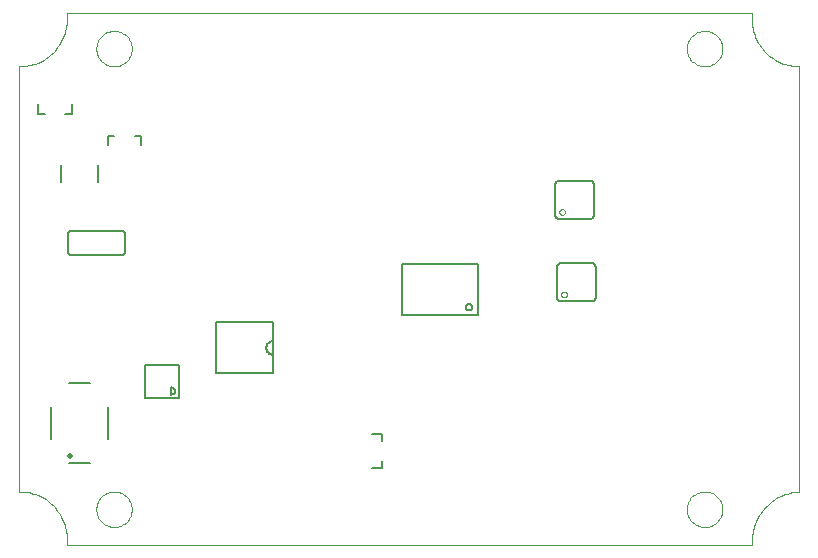
<source format=gbo>
G75*
%MOIN*%
%OFA0B0*%
%FSLAX24Y24*%
%IPPOS*%
%LPD*%
%AMOC8*
5,1,8,0,0,1.08239X$1,22.5*
%
%ADD10C,0.0060*%
%ADD11C,0.0080*%
%ADD12C,0.0020*%
%ADD13C,0.0200*%
%ADD14C,0.0000*%
D10*
X005410Y010575D02*
X007110Y010575D01*
X007127Y010577D01*
X007144Y010581D01*
X007160Y010588D01*
X007174Y010598D01*
X007187Y010611D01*
X007197Y010625D01*
X007204Y010641D01*
X007208Y010658D01*
X007210Y010675D01*
X007210Y011275D01*
X007208Y011292D01*
X007204Y011309D01*
X007197Y011325D01*
X007187Y011339D01*
X007174Y011352D01*
X007160Y011362D01*
X007144Y011369D01*
X007127Y011373D01*
X007110Y011375D01*
X005410Y011375D01*
X005393Y011373D01*
X005376Y011369D01*
X005360Y011362D01*
X005346Y011352D01*
X005333Y011339D01*
X005323Y011325D01*
X005316Y011309D01*
X005312Y011292D01*
X005310Y011275D01*
X005310Y010675D01*
X005312Y010658D01*
X005316Y010641D01*
X005323Y010625D01*
X005333Y010611D01*
X005346Y010598D01*
X005360Y010588D01*
X005376Y010581D01*
X005393Y010577D01*
X005410Y010575D01*
X005089Y013007D02*
X005089Y013568D01*
X006305Y013568D02*
X006305Y013007D01*
X006637Y014227D02*
X006637Y014547D01*
X006857Y014547D01*
X007537Y014547D02*
X007757Y014547D01*
X007757Y014227D01*
X005445Y015277D02*
X005225Y015277D01*
X005445Y015277D02*
X005445Y015597D01*
X004545Y015277D02*
X004325Y015277D01*
X004325Y015597D01*
X016433Y010269D02*
X016433Y008556D01*
X018973Y008556D01*
X018973Y010269D01*
X016433Y010269D01*
X018578Y008834D02*
X018580Y008855D01*
X018586Y008875D01*
X018595Y008893D01*
X018608Y008909D01*
X018624Y008923D01*
X018642Y008933D01*
X018661Y008940D01*
X018682Y008943D01*
X018703Y008942D01*
X018723Y008937D01*
X018741Y008928D01*
X018758Y008916D01*
X018773Y008901D01*
X018784Y008884D01*
X018792Y008865D01*
X018796Y008844D01*
X018796Y008824D01*
X018792Y008803D01*
X018784Y008784D01*
X018773Y008767D01*
X018758Y008752D01*
X018742Y008740D01*
X018723Y008731D01*
X018703Y008726D01*
X018682Y008725D01*
X018661Y008728D01*
X018642Y008735D01*
X018624Y008745D01*
X018608Y008759D01*
X018595Y008775D01*
X018586Y008793D01*
X018580Y008813D01*
X018578Y008834D01*
X021619Y009134D02*
X021619Y010174D01*
X021621Y010194D01*
X021625Y010214D01*
X021633Y010232D01*
X021643Y010249D01*
X021656Y010265D01*
X021672Y010278D01*
X021689Y010288D01*
X021707Y010296D01*
X021727Y010300D01*
X021747Y010302D01*
X022771Y010302D01*
X022791Y010300D01*
X022811Y010296D01*
X022829Y010288D01*
X022846Y010278D01*
X022862Y010265D01*
X022875Y010249D01*
X022885Y010232D01*
X022893Y010214D01*
X022897Y010194D01*
X022899Y010174D01*
X022899Y009150D01*
X022897Y009130D01*
X022893Y009110D01*
X022885Y009092D01*
X022875Y009075D01*
X022862Y009059D01*
X022846Y009046D01*
X022829Y009036D01*
X022811Y009028D01*
X022791Y009024D01*
X022771Y009022D01*
X021747Y009022D01*
X021727Y009024D01*
X021707Y009028D01*
X021689Y009036D01*
X021672Y009046D01*
X021656Y009059D01*
X021643Y009075D01*
X021633Y009092D01*
X021625Y009110D01*
X021621Y009130D01*
X021619Y009150D01*
X021685Y011772D02*
X022708Y011772D01*
X022728Y011774D01*
X022748Y011778D01*
X022766Y011786D01*
X022783Y011796D01*
X022799Y011809D01*
X022812Y011825D01*
X022822Y011842D01*
X022830Y011860D01*
X022834Y011880D01*
X022836Y011900D01*
X022836Y012924D01*
X022834Y012944D01*
X022830Y012964D01*
X022822Y012982D01*
X022812Y012999D01*
X022799Y013015D01*
X022783Y013028D01*
X022766Y013038D01*
X022748Y013046D01*
X022728Y013050D01*
X022708Y013052D01*
X021685Y013052D01*
X021665Y013050D01*
X021645Y013046D01*
X021627Y013038D01*
X021610Y013028D01*
X021594Y013015D01*
X021581Y012999D01*
X021571Y012982D01*
X021563Y012964D01*
X021559Y012944D01*
X021557Y012924D01*
X021557Y011884D01*
X021557Y011900D02*
X021559Y011880D01*
X021563Y011860D01*
X021571Y011842D01*
X021581Y011825D01*
X021594Y011809D01*
X021610Y011796D01*
X021627Y011786D01*
X021645Y011778D01*
X021665Y011774D01*
X021685Y011772D01*
X015770Y004597D02*
X015450Y004597D01*
X015770Y004597D02*
X015770Y004377D01*
X015770Y003697D02*
X015770Y003477D01*
X015450Y003477D01*
D11*
X012161Y006629D02*
X010233Y006629D01*
X010233Y008321D01*
X012161Y008321D01*
X012161Y006629D01*
X012161Y007239D02*
X012131Y007241D01*
X012102Y007246D01*
X012074Y007256D01*
X012047Y007268D01*
X012022Y007284D01*
X011999Y007303D01*
X011979Y007325D01*
X011962Y007349D01*
X011947Y007375D01*
X011937Y007402D01*
X011929Y007431D01*
X011925Y007460D01*
X011925Y007490D01*
X011929Y007519D01*
X011937Y007548D01*
X011947Y007575D01*
X011962Y007601D01*
X011979Y007625D01*
X011999Y007647D01*
X012022Y007666D01*
X012047Y007682D01*
X012074Y007694D01*
X012102Y007704D01*
X012131Y007709D01*
X012161Y007711D01*
X008998Y006901D02*
X008998Y005799D01*
X007896Y005799D01*
X007896Y006901D01*
X008998Y006901D01*
X008762Y006153D02*
X008762Y005917D01*
X008782Y005919D01*
X008802Y005924D01*
X008821Y005933D01*
X008838Y005945D01*
X008852Y005959D01*
X008864Y005976D01*
X008873Y005995D01*
X008878Y006015D01*
X008880Y006035D01*
X008878Y006055D01*
X008873Y006075D01*
X008864Y006094D01*
X008852Y006111D01*
X008838Y006125D01*
X008821Y006137D01*
X008802Y006146D01*
X008782Y006151D01*
X008762Y006153D01*
X006642Y005513D02*
X006642Y004436D01*
X006042Y003636D02*
X005352Y003636D01*
X004752Y004436D02*
X004752Y005513D01*
X005352Y006313D02*
X006042Y006313D01*
D12*
X021754Y009251D02*
X021756Y009270D01*
X021762Y009289D01*
X021771Y009306D01*
X021784Y009321D01*
X021799Y009332D01*
X021817Y009341D01*
X021835Y009346D01*
X021855Y009347D01*
X021874Y009344D01*
X021892Y009337D01*
X021909Y009327D01*
X021923Y009314D01*
X021934Y009298D01*
X021942Y009280D01*
X021946Y009261D01*
X021946Y009241D01*
X021942Y009222D01*
X021934Y009204D01*
X021923Y009188D01*
X021909Y009175D01*
X021892Y009165D01*
X021874Y009158D01*
X021855Y009155D01*
X021835Y009156D01*
X021817Y009161D01*
X021799Y009170D01*
X021784Y009181D01*
X021771Y009196D01*
X021762Y009213D01*
X021756Y009232D01*
X021754Y009251D01*
X021691Y012001D02*
X021693Y012020D01*
X021699Y012039D01*
X021708Y012056D01*
X021721Y012071D01*
X021736Y012082D01*
X021754Y012091D01*
X021772Y012096D01*
X021792Y012097D01*
X021811Y012094D01*
X021829Y012087D01*
X021846Y012077D01*
X021860Y012064D01*
X021871Y012048D01*
X021879Y012030D01*
X021883Y012011D01*
X021883Y011991D01*
X021879Y011972D01*
X021871Y011954D01*
X021860Y011938D01*
X021846Y011925D01*
X021829Y011915D01*
X021811Y011908D01*
X021792Y011905D01*
X021772Y011906D01*
X021754Y011911D01*
X021736Y011920D01*
X021721Y011931D01*
X021708Y011946D01*
X021699Y011963D01*
X021693Y011982D01*
X021691Y012001D01*
D13*
X005397Y003875D03*
D14*
X003697Y002684D02*
X003774Y002682D01*
X003851Y002676D01*
X003928Y002667D01*
X004004Y002654D01*
X004080Y002637D01*
X004154Y002616D01*
X004228Y002592D01*
X004300Y002564D01*
X004370Y002533D01*
X004439Y002498D01*
X004507Y002460D01*
X004572Y002419D01*
X004635Y002374D01*
X004696Y002326D01*
X004755Y002276D01*
X004811Y002223D01*
X004864Y002167D01*
X004914Y002108D01*
X004962Y002047D01*
X005007Y001984D01*
X005048Y001919D01*
X005086Y001851D01*
X005121Y001782D01*
X005152Y001712D01*
X005180Y001640D01*
X005204Y001566D01*
X005225Y001492D01*
X005242Y001416D01*
X005255Y001340D01*
X005264Y001263D01*
X005270Y001186D01*
X005272Y001109D01*
X005272Y000912D01*
X028106Y000912D01*
X028107Y000913D02*
X028104Y000992D01*
X028105Y001072D01*
X028110Y001152D01*
X028119Y001231D01*
X028131Y001310D01*
X028147Y001388D01*
X028167Y001465D01*
X028190Y001541D01*
X028217Y001617D01*
X028248Y001690D01*
X028282Y001762D01*
X028319Y001833D01*
X028360Y001901D01*
X028404Y001968D01*
X028451Y002032D01*
X028501Y002094D01*
X028554Y002154D01*
X028610Y002211D01*
X028668Y002265D01*
X028729Y002317D01*
X028793Y002365D01*
X028858Y002411D01*
X028926Y002453D01*
X028995Y002492D01*
X029067Y002528D01*
X029140Y002560D01*
X029214Y002589D01*
X029290Y002614D01*
X029367Y002635D01*
X029444Y002653D01*
X029523Y002667D01*
X029602Y002678D01*
X029682Y002684D01*
X029681Y002684D02*
X029681Y016857D01*
X029604Y016859D01*
X029527Y016865D01*
X029450Y016874D01*
X029374Y016887D01*
X029298Y016904D01*
X029224Y016925D01*
X029150Y016949D01*
X029078Y016977D01*
X029008Y017008D01*
X028939Y017043D01*
X028871Y017081D01*
X028806Y017122D01*
X028743Y017167D01*
X028682Y017215D01*
X028623Y017265D01*
X028567Y017318D01*
X028514Y017374D01*
X028464Y017433D01*
X028416Y017494D01*
X028371Y017557D01*
X028330Y017622D01*
X028292Y017690D01*
X028257Y017759D01*
X028226Y017829D01*
X028198Y017901D01*
X028174Y017975D01*
X028153Y018049D01*
X028136Y018125D01*
X028123Y018201D01*
X028114Y018278D01*
X028108Y018355D01*
X028106Y018432D01*
X028106Y018629D01*
X005272Y018629D01*
X005272Y018432D01*
X006256Y017448D02*
X006258Y017496D01*
X006264Y017544D01*
X006274Y017591D01*
X006287Y017637D01*
X006305Y017682D01*
X006325Y017726D01*
X006350Y017768D01*
X006378Y017807D01*
X006408Y017844D01*
X006442Y017878D01*
X006479Y017910D01*
X006517Y017939D01*
X006558Y017964D01*
X006601Y017986D01*
X006646Y018004D01*
X006692Y018018D01*
X006739Y018029D01*
X006787Y018036D01*
X006835Y018039D01*
X006883Y018038D01*
X006931Y018033D01*
X006979Y018024D01*
X007025Y018012D01*
X007070Y017995D01*
X007114Y017975D01*
X007156Y017952D01*
X007196Y017925D01*
X007234Y017895D01*
X007269Y017862D01*
X007301Y017826D01*
X007331Y017788D01*
X007357Y017747D01*
X007379Y017704D01*
X007399Y017660D01*
X007414Y017615D01*
X007426Y017568D01*
X007434Y017520D01*
X007438Y017472D01*
X007438Y017424D01*
X007434Y017376D01*
X007426Y017328D01*
X007414Y017281D01*
X007399Y017236D01*
X007379Y017192D01*
X007357Y017149D01*
X007331Y017108D01*
X007301Y017070D01*
X007269Y017034D01*
X007234Y017001D01*
X007196Y016971D01*
X007156Y016944D01*
X007114Y016921D01*
X007070Y016901D01*
X007025Y016884D01*
X006979Y016872D01*
X006931Y016863D01*
X006883Y016858D01*
X006835Y016857D01*
X006787Y016860D01*
X006739Y016867D01*
X006692Y016878D01*
X006646Y016892D01*
X006601Y016910D01*
X006558Y016932D01*
X006517Y016957D01*
X006479Y016986D01*
X006442Y017018D01*
X006408Y017052D01*
X006378Y017089D01*
X006350Y017128D01*
X006325Y017170D01*
X006305Y017214D01*
X006287Y017259D01*
X006274Y017305D01*
X006264Y017352D01*
X006258Y017400D01*
X006256Y017448D01*
X003697Y016857D02*
X003697Y002684D01*
X006256Y002094D02*
X006258Y002142D01*
X006264Y002190D01*
X006274Y002237D01*
X006287Y002283D01*
X006305Y002328D01*
X006325Y002372D01*
X006350Y002414D01*
X006378Y002453D01*
X006408Y002490D01*
X006442Y002524D01*
X006479Y002556D01*
X006517Y002585D01*
X006558Y002610D01*
X006601Y002632D01*
X006646Y002650D01*
X006692Y002664D01*
X006739Y002675D01*
X006787Y002682D01*
X006835Y002685D01*
X006883Y002684D01*
X006931Y002679D01*
X006979Y002670D01*
X007025Y002658D01*
X007070Y002641D01*
X007114Y002621D01*
X007156Y002598D01*
X007196Y002571D01*
X007234Y002541D01*
X007269Y002508D01*
X007301Y002472D01*
X007331Y002434D01*
X007357Y002393D01*
X007379Y002350D01*
X007399Y002306D01*
X007414Y002261D01*
X007426Y002214D01*
X007434Y002166D01*
X007438Y002118D01*
X007438Y002070D01*
X007434Y002022D01*
X007426Y001974D01*
X007414Y001927D01*
X007399Y001882D01*
X007379Y001838D01*
X007357Y001795D01*
X007331Y001754D01*
X007301Y001716D01*
X007269Y001680D01*
X007234Y001647D01*
X007196Y001617D01*
X007156Y001590D01*
X007114Y001567D01*
X007070Y001547D01*
X007025Y001530D01*
X006979Y001518D01*
X006931Y001509D01*
X006883Y001504D01*
X006835Y001503D01*
X006787Y001506D01*
X006739Y001513D01*
X006692Y001524D01*
X006646Y001538D01*
X006601Y001556D01*
X006558Y001578D01*
X006517Y001603D01*
X006479Y001632D01*
X006442Y001664D01*
X006408Y001698D01*
X006378Y001735D01*
X006350Y001774D01*
X006325Y001816D01*
X006305Y001860D01*
X006287Y001905D01*
X006274Y001951D01*
X006264Y001998D01*
X006258Y002046D01*
X006256Y002094D01*
X025941Y002094D02*
X025943Y002142D01*
X025949Y002190D01*
X025959Y002237D01*
X025972Y002283D01*
X025990Y002328D01*
X026010Y002372D01*
X026035Y002414D01*
X026063Y002453D01*
X026093Y002490D01*
X026127Y002524D01*
X026164Y002556D01*
X026202Y002585D01*
X026243Y002610D01*
X026286Y002632D01*
X026331Y002650D01*
X026377Y002664D01*
X026424Y002675D01*
X026472Y002682D01*
X026520Y002685D01*
X026568Y002684D01*
X026616Y002679D01*
X026664Y002670D01*
X026710Y002658D01*
X026755Y002641D01*
X026799Y002621D01*
X026841Y002598D01*
X026881Y002571D01*
X026919Y002541D01*
X026954Y002508D01*
X026986Y002472D01*
X027016Y002434D01*
X027042Y002393D01*
X027064Y002350D01*
X027084Y002306D01*
X027099Y002261D01*
X027111Y002214D01*
X027119Y002166D01*
X027123Y002118D01*
X027123Y002070D01*
X027119Y002022D01*
X027111Y001974D01*
X027099Y001927D01*
X027084Y001882D01*
X027064Y001838D01*
X027042Y001795D01*
X027016Y001754D01*
X026986Y001716D01*
X026954Y001680D01*
X026919Y001647D01*
X026881Y001617D01*
X026841Y001590D01*
X026799Y001567D01*
X026755Y001547D01*
X026710Y001530D01*
X026664Y001518D01*
X026616Y001509D01*
X026568Y001504D01*
X026520Y001503D01*
X026472Y001506D01*
X026424Y001513D01*
X026377Y001524D01*
X026331Y001538D01*
X026286Y001556D01*
X026243Y001578D01*
X026202Y001603D01*
X026164Y001632D01*
X026127Y001664D01*
X026093Y001698D01*
X026063Y001735D01*
X026035Y001774D01*
X026010Y001816D01*
X025990Y001860D01*
X025972Y001905D01*
X025959Y001951D01*
X025949Y001998D01*
X025943Y002046D01*
X025941Y002094D01*
X025941Y017448D02*
X025943Y017496D01*
X025949Y017544D01*
X025959Y017591D01*
X025972Y017637D01*
X025990Y017682D01*
X026010Y017726D01*
X026035Y017768D01*
X026063Y017807D01*
X026093Y017844D01*
X026127Y017878D01*
X026164Y017910D01*
X026202Y017939D01*
X026243Y017964D01*
X026286Y017986D01*
X026331Y018004D01*
X026377Y018018D01*
X026424Y018029D01*
X026472Y018036D01*
X026520Y018039D01*
X026568Y018038D01*
X026616Y018033D01*
X026664Y018024D01*
X026710Y018012D01*
X026755Y017995D01*
X026799Y017975D01*
X026841Y017952D01*
X026881Y017925D01*
X026919Y017895D01*
X026954Y017862D01*
X026986Y017826D01*
X027016Y017788D01*
X027042Y017747D01*
X027064Y017704D01*
X027084Y017660D01*
X027099Y017615D01*
X027111Y017568D01*
X027119Y017520D01*
X027123Y017472D01*
X027123Y017424D01*
X027119Y017376D01*
X027111Y017328D01*
X027099Y017281D01*
X027084Y017236D01*
X027064Y017192D01*
X027042Y017149D01*
X027016Y017108D01*
X026986Y017070D01*
X026954Y017034D01*
X026919Y017001D01*
X026881Y016971D01*
X026841Y016944D01*
X026799Y016921D01*
X026755Y016901D01*
X026710Y016884D01*
X026664Y016872D01*
X026616Y016863D01*
X026568Y016858D01*
X026520Y016857D01*
X026472Y016860D01*
X026424Y016867D01*
X026377Y016878D01*
X026331Y016892D01*
X026286Y016910D01*
X026243Y016932D01*
X026202Y016957D01*
X026164Y016986D01*
X026127Y017018D01*
X026093Y017052D01*
X026063Y017089D01*
X026035Y017128D01*
X026010Y017170D01*
X025990Y017214D01*
X025972Y017259D01*
X025959Y017305D01*
X025949Y017352D01*
X025943Y017400D01*
X025941Y017448D01*
X005272Y018432D02*
X005270Y018355D01*
X005264Y018278D01*
X005255Y018201D01*
X005242Y018125D01*
X005225Y018049D01*
X005204Y017975D01*
X005180Y017901D01*
X005152Y017829D01*
X005121Y017759D01*
X005086Y017690D01*
X005048Y017622D01*
X005007Y017557D01*
X004962Y017494D01*
X004914Y017433D01*
X004864Y017374D01*
X004811Y017318D01*
X004755Y017265D01*
X004696Y017215D01*
X004635Y017167D01*
X004572Y017122D01*
X004507Y017081D01*
X004439Y017043D01*
X004370Y017008D01*
X004300Y016977D01*
X004228Y016949D01*
X004154Y016925D01*
X004080Y016904D01*
X004004Y016887D01*
X003928Y016874D01*
X003851Y016865D01*
X003774Y016859D01*
X003697Y016857D01*
M02*

</source>
